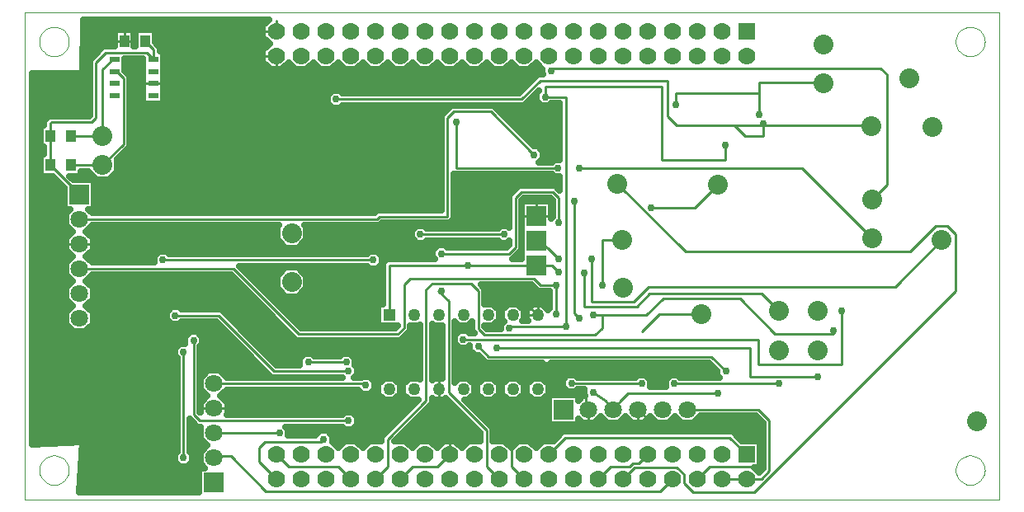
<source format=gbr>
G04 PROTEUS GERBER X2 FILE*
%TF.GenerationSoftware,Labcenter,Proteus,8.16-SP3-Build36097*%
%TF.CreationDate,2025-11-07T09:34:26+00:00*%
%TF.FileFunction,Copper,L1,Top*%
%TF.FilePolarity,Positive*%
%TF.Part,Single*%
%TF.SameCoordinates,{86f2edb6-a998-41b4-a695-59585592bfa3}*%
%FSLAX45Y45*%
%MOMM*%
G01*
%TA.AperFunction,Conductor*%
%ADD10C,0.254000*%
%TA.AperFunction,ViaPad*%
%ADD11C,0.762000*%
%TA.AperFunction,Conductor*%
%ADD12C,0.635000*%
%TA.AperFunction,ComponentPad*%
%ADD13R,2.032000X2.032000*%
%TA.AperFunction,SMDPad,CuDef*%
%ADD14R,1.016000X1.270000*%
%TA.AperFunction,SMDPad,CuDef*%
%ADD15R,1.100000X0.600000*%
%TA.AperFunction,ComponentPad*%
%ADD16C,2.032000*%
%TA.AperFunction,ComponentPad*%
%ADD17C,1.800000*%
%TA.AperFunction,ComponentPad*%
%ADD18R,1.270000X1.270000*%
%ADD19C,1.270000*%
%TA.AperFunction,ComponentPad*%
%ADD70R,1.778000X1.778000*%
%ADD71C,1.778000*%
%TA.AperFunction,Profile*%
%ADD20C,0.101600*%
%TD.AperFunction*%
%TA.AperFunction,Conductor*%
G36*
X-3088429Y+2471339D02*
X-3088429Y+2356661D01*
X-3018768Y+2287000D01*
X-3088429Y+2217339D01*
X-3088429Y+2102661D01*
X-3007339Y+2021571D01*
X-2892661Y+2021571D01*
X-2823000Y+2091232D01*
X-2753339Y+2021571D01*
X-2638661Y+2021571D01*
X-2569000Y+2091232D01*
X-2499339Y+2021571D01*
X-2384661Y+2021571D01*
X-2315000Y+2091232D01*
X-2245339Y+2021571D01*
X-2130661Y+2021571D01*
X-2061000Y+2091232D01*
X-1991339Y+2021571D01*
X-1876661Y+2021571D01*
X-1807000Y+2091232D01*
X-1737339Y+2021571D01*
X-1622661Y+2021571D01*
X-1553000Y+2091232D01*
X-1483339Y+2021571D01*
X-1368661Y+2021571D01*
X-1299000Y+2091232D01*
X-1229339Y+2021571D01*
X-1114661Y+2021571D01*
X-1045000Y+2091232D01*
X-975339Y+2021571D01*
X-860661Y+2021571D01*
X-791000Y+2091232D01*
X-721339Y+2021571D01*
X-606661Y+2021571D01*
X-537000Y+2091232D01*
X-467339Y+2021571D01*
X-352661Y+2021571D01*
X-283000Y+2091232D01*
X-217629Y+2025861D01*
X-217629Y+1973703D01*
X-214155Y+1970229D01*
X-265275Y+1970229D01*
X-455775Y+1779729D01*
X-2273303Y+1779729D01*
X-2298703Y+1805129D01*
X-2371297Y+1805129D01*
X-2422629Y+1753797D01*
X-2422629Y+1681203D01*
X-2371297Y+1629871D01*
X-2298703Y+1629871D01*
X-2273303Y+1655271D01*
X-404225Y+1655271D01*
X-252229Y+1807267D01*
X-252229Y+1801697D01*
X-277629Y+1776297D01*
X-277629Y+1703703D01*
X-226297Y+1652371D01*
X-153703Y+1652371D01*
X-128303Y+1677771D01*
X-38869Y+1677771D01*
X-38869Y+1097629D01*
X-96297Y+1097629D01*
X-121697Y+1072229D01*
X-252845Y+1072229D01*
X-215371Y+1109703D01*
X-215371Y+1182297D01*
X-266703Y+1233629D01*
X-302625Y+1233629D01*
X-721725Y+1652729D01*
X-1154275Y+1652729D01*
X-1254229Y+1552775D01*
X-1254229Y+573229D01*
X-1916275Y+573229D01*
X-1941275Y+548229D01*
X-4834905Y+548229D01*
X-4875547Y+588871D01*
X-4818871Y+588871D01*
X-4818871Y+891129D01*
X-5033125Y+891129D01*
X-5068967Y+926971D01*
X-4956311Y+926971D01*
X-4956311Y+977771D01*
X-4881129Y+977771D01*
X-4881129Y+977400D01*
X-4792600Y+888871D01*
X-4667400Y+888871D01*
X-4578871Y+977400D01*
X-4578871Y+1102600D01*
X-4579134Y+1102862D01*
X-4454643Y+1227353D01*
X-4454643Y+1960899D01*
X-4505471Y+2011727D01*
X-4505471Y+2135908D01*
X-4314529Y+2135908D01*
X-4314529Y+1670471D01*
X-4105471Y+1670471D01*
X-4105471Y+2209529D01*
X-4142771Y+2209529D01*
X-4142771Y+2246929D01*
X-4134042Y+2238200D01*
X-4091958Y+2238200D01*
X-4062200Y+2267958D01*
X-4062200Y+2310042D01*
X-4091958Y+2339800D01*
X-4134042Y+2339800D01*
X-4163800Y+2310042D01*
X-4163800Y+2271804D01*
X-4194671Y+2302675D01*
X-4194671Y+2428029D01*
X-4395329Y+2428029D01*
X-4395329Y+2260366D01*
X-4408031Y+2260366D01*
X-4408031Y+2428029D01*
X-4608689Y+2428029D01*
X-4608689Y+2260366D01*
X-4721638Y+2260366D01*
X-4860510Y+2121494D01*
X-4860510Y+1547494D01*
X-4865775Y+1542229D01*
X-5285775Y+1542229D01*
X-5332229Y+1495775D01*
X-5332229Y+1453029D01*
X-5370329Y+1453029D01*
X-5370329Y+1226971D01*
X-5332229Y+1226971D01*
X-5332229Y+1153029D01*
X-5370329Y+1153029D01*
X-5370329Y+926971D01*
X-5244975Y+926971D01*
X-5121129Y+803125D01*
X-5121129Y+588871D01*
X-5064453Y+588871D01*
X-5109529Y+543795D01*
X-5109529Y+428205D01*
X-5040324Y+359000D01*
X-5109529Y+289795D01*
X-5109529Y+174205D01*
X-5040324Y+105000D01*
X-5109529Y+35795D01*
X-5109529Y-79795D01*
X-5040324Y-149000D01*
X-5109529Y-218205D01*
X-5109529Y-333795D01*
X-5040324Y-403000D01*
X-5109529Y-472205D01*
X-5109529Y-587795D01*
X-5027795Y-669529D01*
X-4912205Y-669529D01*
X-4830471Y-587795D01*
X-4830471Y-472205D01*
X-4899676Y-403000D01*
X-4830471Y-333795D01*
X-4830471Y-218205D01*
X-4899676Y-149000D01*
X-4834905Y-84229D01*
X-3415275Y-84229D01*
X-2741775Y-757729D01*
X-1674225Y-757729D01*
X-1574271Y-657775D01*
X-1574271Y-611029D01*
X-1489182Y-611029D01*
X-1474729Y-596576D01*
X-1474729Y-1161424D01*
X-1489182Y-1146971D01*
X-1582818Y-1146971D01*
X-1649029Y-1213182D01*
X-1649029Y-1306818D01*
X-1582818Y-1373029D01*
X-1493033Y-1373029D01*
X-1869228Y-1749224D01*
X-1869228Y-1797624D01*
X-1876661Y-1790191D01*
X-1991339Y-1790191D01*
X-2061000Y-1859852D01*
X-2130661Y-1790191D01*
X-2245339Y-1790191D01*
X-2315000Y-1859852D01*
X-2374371Y-1800481D01*
X-2374371Y-1738703D01*
X-2425703Y-1687371D01*
X-2498297Y-1687371D01*
X-2548077Y-1737151D01*
X-2824371Y-1737151D01*
X-2824371Y-1675703D01*
X-2853345Y-1646729D01*
X-2269697Y-1646729D01*
X-2244297Y-1672129D01*
X-2171703Y-1672129D01*
X-2120371Y-1620797D01*
X-2120371Y-1548203D01*
X-2171703Y-1496871D01*
X-2244297Y-1496871D01*
X-2269697Y-1522271D01*
X-3456947Y-1522271D01*
X-3450471Y-1515795D01*
X-3450471Y-1400205D01*
X-3519676Y-1331000D01*
X-3454905Y-1266229D01*
X-2107697Y-1266229D01*
X-2066297Y-1307629D01*
X-1993703Y-1307629D01*
X-1942371Y-1256297D01*
X-1942371Y-1183703D01*
X-1993703Y-1132371D01*
X-2066297Y-1132371D01*
X-2075697Y-1141771D01*
X-2149345Y-1141771D01*
X-2120371Y-1112797D01*
X-2120371Y-1040203D01*
X-2143324Y-1017250D01*
X-2142371Y-1016297D01*
X-2142371Y-943703D01*
X-2193703Y-892371D01*
X-2266297Y-892371D01*
X-2291697Y-917771D01*
X-2558303Y-917771D01*
X-2583703Y-892371D01*
X-2656297Y-892371D01*
X-2707629Y-943703D01*
X-2707629Y-1014271D01*
X-2944225Y-1014271D01*
X-3515725Y-442771D01*
X-3924303Y-442771D01*
X-3949703Y-417371D01*
X-4022297Y-417371D01*
X-4073629Y-468703D01*
X-4073629Y-541297D01*
X-4022297Y-592629D01*
X-3949703Y-592629D01*
X-3924303Y-567229D01*
X-3567275Y-567229D01*
X-2995775Y-1138729D01*
X-2269697Y-1138729D01*
X-2266655Y-1141771D01*
X-3454905Y-1141771D01*
X-3532205Y-1064471D01*
X-3647795Y-1064471D01*
X-3729529Y-1146205D01*
X-3729529Y-1261795D01*
X-3660324Y-1331000D01*
X-3729529Y-1400205D01*
X-3729529Y-1498967D01*
X-3733271Y-1495225D01*
X-3733271Y-820697D01*
X-3707871Y-795297D01*
X-3707871Y-722703D01*
X-3759203Y-671371D01*
X-3831797Y-671371D01*
X-3883129Y-722703D01*
X-3883129Y-792371D01*
X-3936297Y-792371D01*
X-3987629Y-843703D01*
X-3987629Y-916297D01*
X-3962229Y-941697D01*
X-3962229Y-1904303D01*
X-3987629Y-1929703D01*
X-3987629Y-2002297D01*
X-3936297Y-2053629D01*
X-3863703Y-2053629D01*
X-3812371Y-2002297D01*
X-3812371Y-1929703D01*
X-3837771Y-1904303D01*
X-3837771Y-1566733D01*
X-3757775Y-1646729D01*
X-3722053Y-1646729D01*
X-3729529Y-1654205D01*
X-3729529Y-1769795D01*
X-3660324Y-1839000D01*
X-3729529Y-1908205D01*
X-3729529Y-2023795D01*
X-3684453Y-2068871D01*
X-3741129Y-2068871D01*
X-3741129Y-2316330D01*
X-4967175Y-2316330D01*
X-4940000Y-1800000D01*
X-5453070Y-1826538D01*
X-5453070Y+1980000D01*
X-4940000Y+1980000D01*
X-4931068Y+2533810D01*
X-3025958Y+2533810D01*
X-3088429Y+2471339D01*
G37*
%TD.AperFunction*%
%LPC*%
G36*
X-1903029Y-1306818D02*
X-1903029Y-1213182D01*
X-1836818Y-1146971D01*
X-1743182Y-1146971D01*
X-1676971Y-1213182D01*
X-1676971Y-1306818D01*
X-1743182Y-1373029D01*
X-1836818Y-1373029D01*
X-1903029Y-1306818D01*
G37*
G36*
X-1306300Y+1823458D02*
X-1306300Y+1865542D01*
X-1276542Y+1895300D01*
X-1234458Y+1895300D01*
X-1204700Y+1865542D01*
X-1204700Y+1823458D01*
X-1234458Y+1793700D01*
X-1276542Y+1793700D01*
X-1306300Y+1823458D01*
G37*
G36*
X-3020800Y+1823458D02*
X-3020800Y+1865542D01*
X-2991042Y+1895300D01*
X-2948958Y+1895300D01*
X-2919200Y+1865542D01*
X-2919200Y+1823458D01*
X-2948958Y+1793700D01*
X-2991042Y+1793700D01*
X-3020800Y+1823458D01*
G37*
%LPD*%
%TA.AperFunction,Conductor*%
G36*
X-1125775Y+947771D02*
X-121697Y+947771D01*
X-96297Y+922371D01*
X-38869Y+922371D01*
X-38869Y+779373D01*
X-86725Y+827229D01*
X-455775Y+827229D01*
X-555729Y+727275D01*
X-555729Y+399655D01*
X-573703Y+417629D01*
X-646297Y+417629D01*
X-671697Y+392229D01*
X-1408303Y+392229D01*
X-1433703Y+417629D01*
X-1506297Y+417629D01*
X-1557629Y+366297D01*
X-1557629Y+293703D01*
X-1506297Y+242371D01*
X-1433703Y+242371D01*
X-1408303Y+267771D01*
X-671697Y+267771D01*
X-646297Y+242371D01*
X-573703Y+242371D01*
X-555729Y+260345D01*
X-555729Y+219275D01*
X-582775Y+192229D01*
X-1193803Y+192229D01*
X-1219203Y+217629D01*
X-1291797Y+217629D01*
X-1343129Y+166297D01*
X-1343129Y+93703D01*
X-1323655Y+74229D01*
X-1815775Y+74229D01*
X-1852229Y+37775D01*
X-1852229Y-384971D01*
X-1903029Y-384971D01*
X-1903029Y-611029D01*
X-1703533Y-611029D01*
X-1725775Y-633271D01*
X-2690225Y-633271D01*
X-3327767Y+4271D01*
X-2015697Y+4271D01*
X-1990297Y-21129D01*
X-1917703Y-21129D01*
X-1866371Y+30203D01*
X-1866371Y+102797D01*
X-1917703Y+154129D01*
X-1990297Y+154129D01*
X-2015697Y+128729D01*
X-4051303Y+128729D01*
X-4076703Y+154129D01*
X-4149297Y+154129D01*
X-4200629Y+102797D01*
X-4200629Y+40229D01*
X-4834905Y+40229D01*
X-4899676Y+105000D01*
X-4830471Y+174205D01*
X-4830471Y+289795D01*
X-4899676Y+359000D01*
X-4834905Y+423771D01*
X-2919958Y+423771D01*
X-2941129Y+402600D01*
X-2941129Y+277400D01*
X-2852600Y+188871D01*
X-2727400Y+188871D01*
X-2638871Y+277400D01*
X-2638871Y+402600D01*
X-2660042Y+423771D01*
X-1889725Y+423771D01*
X-1864725Y+448771D01*
X-1166224Y+448771D01*
X-1129771Y+485224D01*
X-1129771Y+951767D01*
X-1125775Y+947771D01*
G37*
%TD.AperFunction*%
%LPC*%
G36*
X-2941129Y-222600D02*
X-2941129Y-97400D01*
X-2852600Y-8871D01*
X-2727400Y-8871D01*
X-2638871Y-97400D01*
X-2638871Y-222600D01*
X-2727400Y-311129D01*
X-2852600Y-311129D01*
X-2941129Y-222600D01*
G37*
%LPD*%
%TA.AperFunction,Conductor*%
G36*
X-111229Y+675725D02*
X-111229Y+509197D01*
X-128871Y+491555D01*
X-128871Y+671129D01*
X-431129Y+671129D01*
X-431129Y+74229D01*
X-524767Y+74229D01*
X-431271Y+167725D01*
X-431271Y+675725D01*
X-404225Y+702771D01*
X-138275Y+702771D01*
X-111229Y+675725D01*
G37*
%TD.AperFunction*%
%TA.AperFunction,Conductor*%
G36*
X-283502Y-234002D02*
X-265275Y-252229D01*
X-142229Y-252229D01*
X-142229Y-428303D01*
X-159040Y-445114D01*
X-219182Y-384971D01*
X-312818Y-384971D01*
X-379029Y-451182D01*
X-379029Y-544818D01*
X-366076Y-557771D01*
X-419924Y-557771D01*
X-406971Y-544818D01*
X-406971Y-451182D01*
X-473182Y-384971D01*
X-566818Y-384971D01*
X-633029Y-451182D01*
X-633029Y-544818D01*
X-613387Y-564461D01*
X-644629Y-595703D01*
X-644629Y-641471D01*
X-785225Y-641471D01*
X-812271Y-614425D01*
X-812271Y-611029D01*
X-727182Y-611029D01*
X-660971Y-544818D01*
X-660971Y-451182D01*
X-727182Y-384971D01*
X-812271Y-384971D01*
X-812271Y-225225D01*
X-851267Y-186229D01*
X-331275Y-186229D01*
X-283502Y-234002D01*
G37*
%TD.AperFunction*%
%LPC*%
G36*
X-671300Y-272042D02*
X-671300Y-229958D01*
X-641542Y-200200D01*
X-599458Y-200200D01*
X-569700Y-229958D01*
X-569700Y-272042D01*
X-599458Y-301800D01*
X-641542Y-301800D01*
X-671300Y-272042D01*
G37*
%LPD*%
%TA.AperFunction,Conductor*%
G36*
X-936729Y-640200D02*
X-936729Y-665975D01*
X-914933Y-687771D01*
X-968303Y-687771D01*
X-993703Y-662371D01*
X-1066297Y-662371D01*
X-1117629Y-713703D01*
X-1117629Y-786297D01*
X-1066297Y-837629D01*
X-993703Y-837629D01*
X-968303Y-812229D01*
X-962129Y-812229D01*
X-962129Y-858797D01*
X-910797Y-910129D01*
X-874875Y-910129D01*
X-796275Y-988729D01*
X-223571Y-988729D01*
X-226800Y-991958D01*
X-226800Y-1034042D01*
X-197042Y-1063800D01*
X-154958Y-1063800D01*
X-125200Y-1034042D01*
X-125200Y-991958D01*
X-128429Y-988729D01*
X+1489725Y-988729D01*
X+1577871Y-1076875D01*
X+1577871Y-1112797D01*
X+1602845Y-1137771D01*
X+1195057Y-1137771D01*
X+1169657Y-1112371D01*
X+1097063Y-1112371D01*
X+1045731Y-1163703D01*
X+1045731Y-1236297D01*
X+1047205Y-1237771D01*
X+886155Y-1237771D01*
X+887629Y-1236297D01*
X+887629Y-1163703D01*
X+836297Y-1112371D01*
X+763703Y-1112371D01*
X+738303Y-1137771D01*
X+141697Y-1137771D01*
X+116297Y-1112371D01*
X+50471Y-1112371D01*
X+65300Y-1097542D01*
X+65300Y-1055458D01*
X+35542Y-1025700D01*
X-6542Y-1025700D01*
X-36300Y-1055458D01*
X-36300Y-1097542D01*
X-6542Y-1127300D01*
X+28774Y-1127300D01*
X-7629Y-1163703D01*
X-7629Y-1236297D01*
X+43703Y-1287629D01*
X+116297Y-1287629D01*
X+141697Y-1262229D01*
X+212371Y-1262229D01*
X+212371Y-1326297D01*
X+216545Y-1330471D01*
X+196205Y-1330471D01*
X+151129Y-1375547D01*
X+151129Y-1318871D01*
X-151129Y-1318871D01*
X-151129Y-1621129D01*
X+151129Y-1621129D01*
X+151129Y-1564453D01*
X+196205Y-1609529D01*
X+311795Y-1609529D01*
X+381000Y-1540324D01*
X+450205Y-1609529D01*
X+565795Y-1609529D01*
X+635000Y-1540324D01*
X+704205Y-1609529D01*
X+819795Y-1609529D01*
X+889000Y-1540324D01*
X+958205Y-1609529D01*
X+1073795Y-1609529D01*
X+1143000Y-1540324D01*
X+1212205Y-1609529D01*
X+1327795Y-1609529D01*
X+1405095Y-1532229D01*
X+1969725Y-1532229D01*
X+2047771Y-1610275D01*
X+2047771Y-2075303D01*
X+2006111Y-2116963D01*
X+1956197Y-2067049D01*
X+2014429Y-2067049D01*
X+2014429Y-1790191D01*
X+1825575Y-1790191D01*
X+1730775Y-1695391D01*
X-10775Y-1695391D01*
X-105575Y-1790191D01*
X-213339Y-1790191D01*
X-283000Y-1859852D01*
X-352661Y-1790191D01*
X-467339Y-1790191D01*
X-537000Y-1859852D01*
X-606661Y-1790191D01*
X-721339Y-1790191D01*
X-728771Y-1797623D01*
X-728771Y-1660075D01*
X-1015817Y-1373029D01*
X-981182Y-1373029D01*
X-914971Y-1306818D01*
X-914971Y-1213182D01*
X-981182Y-1146971D01*
X-1074818Y-1146971D01*
X-1117771Y-1189924D01*
X-1117771Y-568076D01*
X-1074818Y-611029D01*
X-981182Y-611029D01*
X-936729Y-566576D01*
X-936729Y-640200D01*
G37*
%TD.AperFunction*%
%LPC*%
G36*
X-379029Y-1306818D02*
X-379029Y-1213182D01*
X-312818Y-1146971D01*
X-219182Y-1146971D01*
X-152971Y-1213182D01*
X-152971Y-1306818D01*
X-219182Y-1373029D01*
X-312818Y-1373029D01*
X-379029Y-1306818D01*
G37*
G36*
X-633029Y-1306818D02*
X-633029Y-1213182D01*
X-566818Y-1146971D01*
X-473182Y-1146971D01*
X-406971Y-1213182D01*
X-406971Y-1306818D01*
X-473182Y-1373029D01*
X-566818Y-1373029D01*
X-633029Y-1306818D01*
G37*
G36*
X-887029Y-1306818D02*
X-887029Y-1213182D01*
X-820818Y-1146971D01*
X-727182Y-1146971D01*
X-660971Y-1213182D01*
X-660971Y-1306818D01*
X-727182Y-1373029D01*
X-820818Y-1373029D01*
X-887029Y-1306818D01*
G37*
%LPD*%
%TA.AperFunction,Conductor*%
G36*
X-1328818Y-611029D02*
X-1242229Y-611029D01*
X-1242229Y-1146971D01*
X-1328818Y-1146971D01*
X-1350271Y-1168424D01*
X-1350271Y-589577D01*
X-1328818Y-611029D01*
G37*
%TD.AperFunction*%
%TA.AperFunction,Conductor*%
G36*
X-853229Y-1711625D02*
X-853229Y-1797623D01*
X-860661Y-1790191D01*
X-975339Y-1790191D01*
X-1045000Y-1859852D01*
X-1114661Y-1790191D01*
X-1229339Y-1790191D01*
X-1299000Y-1859852D01*
X-1368661Y-1790191D01*
X-1483339Y-1790191D01*
X-1553000Y-1859852D01*
X-1622661Y-1790191D01*
X-1734187Y-1790191D01*
X-1350271Y-1406275D01*
X-1350271Y-1351576D01*
X-1328818Y-1373029D01*
X-1235182Y-1373029D01*
X-1213504Y-1351351D01*
X-853229Y-1711625D01*
G37*
%TD.AperFunction*%
D10*
X+110000Y+670000D02*
X+110000Y-480000D01*
X+160000Y-530000D01*
X+2010000Y+1560000D02*
X+2010000Y+1780000D01*
X+1150000Y+1660000D02*
X+1150000Y+1780000D01*
X+2010000Y+1780000D01*
X+2010000Y+1890000D01*
X+2568400Y+1890000D01*
X+2670000Y+1880000D01*
X+23360Y-620000D02*
X-545000Y-620000D01*
X-557000Y-632000D01*
X+1876000Y-1928620D02*
X+1705000Y-1757620D01*
X+15000Y-1757620D01*
X-156000Y-1928620D01*
X-874500Y-822500D02*
X-770500Y-926500D01*
X+1515500Y-926500D01*
X+1665500Y-1076500D01*
X+23360Y-620000D02*
X+23360Y+1740000D01*
X-190000Y+1740000D01*
X+1660000Y+1250000D02*
X+1660000Y+1090000D01*
X+1010000Y+1090000D01*
X+1010000Y+1850000D01*
X-190000Y+1850000D01*
X-190000Y+1740000D01*
X-3590000Y-1204000D02*
X-2030000Y-1204000D01*
X-2030000Y-1220000D01*
X-4210000Y+2130000D02*
X-4205000Y+2130000D01*
X-4205000Y+2225000D01*
X-4295000Y+2315000D01*
X-5270000Y+1040000D02*
X-4974206Y+744206D01*
X-4962294Y+744206D01*
X-4970000Y+740000D01*
X-5270000Y+1340000D02*
X-5270000Y+1040000D01*
X-5270000Y+1340000D02*
X-5270000Y+1470000D01*
X-5260000Y+1480000D01*
X-4840000Y+1480000D01*
X-4798282Y+1521718D01*
X-4798282Y+2095718D01*
X-4695863Y+2198137D01*
X-4278137Y+2198137D01*
X-4210000Y+2130000D01*
X+1876000Y-2182620D02*
X+1622000Y-2182620D01*
X-280000Y+266000D02*
X-158400Y+188400D01*
X-50000Y+80000D01*
X+290000Y+80000D02*
X+290000Y-360000D01*
X+720000Y-360000D01*
X+870000Y-210000D01*
X+3400000Y-210000D01*
X+3880000Y+270000D01*
X-610000Y+330000D02*
X-1470000Y+330000D01*
X-280000Y+12000D02*
X-122000Y+12000D01*
X-48037Y-61963D01*
X+214706Y-68824D02*
X+210000Y-410000D01*
X+750000Y-410000D01*
X+880000Y-280000D01*
X+2030000Y-280000D01*
X+2210000Y-460000D01*
X-980000Y+12000D02*
X-1790000Y+12000D01*
X-1790000Y-498000D01*
X-280000Y+12000D02*
X-980000Y+12000D01*
X+2210000Y-1200000D02*
X+1133360Y-1200000D01*
X-1030000Y-750000D02*
X+2000000Y-750000D01*
X+2000000Y-1010000D01*
X+2850000Y-1010000D01*
X+2850000Y-460000D01*
X+2850000Y-470000D01*
X+2850000Y-460000D01*
X-686000Y-840000D02*
X+1910000Y-840000D01*
X+1910000Y-1130000D01*
X+2610000Y-1130000D01*
X+1410000Y-490000D02*
X+980000Y-490000D01*
X+800000Y-670000D01*
X+80000Y-1200000D02*
X+800000Y-1200000D01*
X-2950000Y-1928620D02*
X-2823000Y-2055620D01*
X-2315000Y-2055620D01*
X-2188000Y-2182620D01*
X+254000Y-1470000D02*
X+231420Y-1447420D01*
X+231420Y-1330500D01*
X+78000Y-1330500D01*
X+11420Y-1263920D01*
X+11420Y-1079580D01*
X+14500Y-1076500D01*
X-366500Y-1775000D02*
X-366500Y-1203500D01*
X-176000Y-1013000D01*
X-1172000Y-1928620D02*
X-1299000Y-2055620D01*
X-1553000Y-2055620D01*
X-1680000Y-2182620D01*
X-1282000Y-1260000D02*
X-1282000Y-1648000D01*
X-1255500Y-1674500D01*
X-1255500Y-1775000D01*
X-4113000Y+2289000D02*
X-4113000Y+1880000D01*
X-4210000Y+1880000D01*
X-4113000Y+2289000D02*
X-4113000Y+2416000D01*
X-4508360Y+2416000D01*
X-4508360Y+2315000D01*
X-266000Y-498000D02*
X-513000Y-251000D01*
X-620500Y-251000D01*
X-176000Y-1013000D02*
X-49000Y-1013000D01*
X+14500Y-1076500D01*
X-2970000Y+1844500D02*
X-1255500Y+1844500D01*
X+508000Y-1470000D02*
X+581370Y-1380000D01*
X+661370Y-1300000D01*
X+1580000Y-1300000D01*
X+508000Y-1470000D02*
X+430000Y-1380000D01*
X+300000Y-1290000D01*
X+1750000Y+1450000D02*
X+2046500Y+1450000D01*
X+3058400Y+1450000D01*
X+3160000Y+1440000D01*
X+1750000Y+1450000D02*
X+1863500Y+1336500D01*
X+2046500Y+1336500D01*
X+2046500Y+1450000D01*
X+2046500Y+1463500D01*
X-60000Y+1010000D02*
X-1100000Y+1010000D01*
X-1100000Y+1480000D01*
X+160000Y+1010000D02*
X+2450000Y+1010000D01*
X+3170000Y+290000D01*
X+2770000Y-660000D02*
X+2770000Y-690000D01*
X+2170000Y-690000D01*
X+1810000Y-330000D01*
X+1020000Y-330000D01*
X+850000Y-500000D01*
X+395500Y-500000D01*
X+300000Y-500000D02*
X+395500Y-500000D01*
X-4730000Y+1040000D02*
X-4516872Y+1253128D01*
X-4516872Y+1935124D01*
X-4581748Y+2000000D01*
X-4610000Y+2000000D01*
X-4730000Y+1040000D02*
X-5056640Y+1040000D01*
X-3795500Y-759000D02*
X-3795500Y-1521000D01*
X-3732000Y-1584500D01*
X-2208000Y-1584500D01*
X-4730000Y+1340000D02*
X-4730000Y+2024326D01*
X-4624326Y+2130000D01*
X-4610000Y+2130000D01*
X-4730000Y+1340000D02*
X-5056640Y+1340000D01*
X-1954000Y+66500D02*
X-4113000Y+66500D01*
X-1255500Y+130000D02*
X-557000Y+130000D01*
X-493500Y+193500D01*
X-493500Y+701500D01*
X-430000Y+765000D01*
X-112500Y+765000D01*
X-49000Y+701500D01*
X-49000Y+447500D01*
X-2620000Y-980000D02*
X-2230000Y-980000D01*
X-80000Y-190000D02*
X-239500Y-190000D01*
X-305500Y-124000D01*
X-1573000Y-124000D01*
X-1636500Y-187500D01*
X-1636500Y-632000D01*
X-1700000Y-695500D01*
X-2716000Y-695500D01*
X-3389500Y-22000D01*
X-4970000Y-22000D01*
X-80000Y-490000D02*
X-80000Y-190000D01*
X+400000Y-190000D02*
X+400000Y+270000D01*
X+600000Y+270000D01*
X-1192000Y+511000D02*
X-1890500Y+511000D01*
X-1915500Y+486000D01*
X-4970000Y+486000D01*
X-1192000Y+638000D02*
X-1192000Y+511000D01*
X-1192000Y+638000D02*
X-1192000Y+1527000D01*
X-1128500Y+1590500D01*
X-747500Y+1590500D01*
X-303000Y+1146000D01*
X-2912000Y-1712000D02*
X-3590000Y-1712000D01*
X-3900000Y-880000D02*
X-3900000Y-1966000D01*
X+860000Y-1928620D02*
X+769180Y-2019440D01*
X+712115Y-2019440D01*
X+675935Y-2055620D01*
X+479000Y-2055620D01*
X+352000Y-2182620D01*
X+893971Y+603016D02*
X+1343016Y+603016D01*
X+1580000Y+840000D01*
X+1368000Y-2182620D02*
X+1495000Y-2055620D01*
X+2046500Y-2055620D01*
X+2046500Y-1775000D01*
X+1983000Y-1711500D01*
X+1003500Y-1711500D01*
X+762000Y-1470000D01*
X-1172000Y-1928620D02*
X-1172000Y-1775000D01*
X-1255500Y-1775000D01*
X-366500Y-1775000D02*
X-460000Y-1775000D01*
X-537000Y-1852000D01*
X-537000Y-2055620D01*
X-410000Y-2182620D01*
X+395500Y-500000D02*
X+395500Y-632000D01*
X+323800Y-703700D01*
X-811000Y-703700D01*
X-874500Y-640200D01*
X-874500Y-251000D01*
X-950700Y-174800D01*
X-1349000Y-174800D01*
X-1412500Y-238300D01*
X-1412500Y-1380500D01*
X-1807000Y-1775000D01*
X-1807000Y-2055620D01*
X-1934000Y-2182620D01*
X-3590000Y-1966000D02*
X-3590000Y-1948620D01*
X-3414500Y-1948620D01*
X-3053120Y-2310000D01*
X+986620Y-2310000D01*
X+1114000Y-2182620D01*
X+1876000Y-2182620D02*
X+2028458Y-2182620D01*
X+2110000Y-2101078D01*
X+2110000Y-1584500D01*
X+1995500Y-1470000D01*
X+1270000Y-1470000D01*
X+550000Y+850000D02*
X+1249852Y+150148D01*
X+3557768Y+150148D01*
X+3821075Y+413455D01*
X+3937752Y+413455D01*
X+4020000Y+331207D01*
X+4020000Y-252143D01*
X+1954154Y-2317989D01*
X+1327190Y-2317989D01*
X+1235226Y-2226025D01*
X+1235226Y-2134938D01*
X+1162908Y-2062620D01*
X+730000Y-2062620D01*
X+694900Y-2097720D01*
X+606000Y-2182620D01*
X-1255500Y-251000D02*
X-1285500Y-251000D01*
X-1180000Y-356500D01*
X-1180000Y-1296850D01*
X-791000Y-1685850D01*
X-791000Y-2055620D01*
X-664000Y-2182620D01*
X+1750000Y+1450000D02*
X+1157500Y+1450000D01*
X+1067300Y+1540200D01*
X+1067300Y+1908000D01*
X-239500Y+1908000D01*
X-430000Y+1717500D01*
X-2335000Y+1717500D01*
X-2462000Y-1775000D02*
X-2486380Y-1799380D01*
X-3063500Y-1799380D01*
X-3127000Y-1862880D01*
X-3127000Y-2005620D01*
X-2950000Y-2182620D01*
X-3986000Y-505000D02*
X-3541500Y-505000D01*
X-2970000Y-1076500D01*
X-2208000Y-1076500D01*
X-130000Y+2010000D02*
X-105000Y+2035000D01*
X+3253000Y+2035000D01*
X+3316500Y+1971500D01*
X+3316500Y+836500D01*
X+3170000Y+690000D01*
D11*
X+160000Y-530000D03*
X+110000Y+670000D03*
X+2010000Y+1560000D03*
X+1150000Y+1660000D03*
X-557000Y-632000D03*
X+1665500Y-1076500D03*
X-190000Y+1740000D03*
X+23360Y-620000D03*
X+1660000Y+1250000D03*
X-2030000Y-1220000D03*
X-874500Y-822500D03*
X-50000Y+80000D03*
X+290000Y+80000D03*
X-1470000Y+330000D03*
X-610000Y+330000D03*
X-48037Y-61963D03*
X+214706Y-68824D03*
X-980000Y+12000D03*
X+1133360Y-1200000D03*
X+2210000Y-1200000D03*
X+2850000Y-460000D03*
X-1030000Y-750000D03*
X+2610000Y-1130000D03*
X-686000Y-840000D03*
X+800000Y-1200000D03*
X+80000Y-1200000D03*
X-620500Y-251000D03*
X+14500Y-1076500D03*
X-1255500Y+1844500D03*
X-2970000Y+1844500D03*
X-176000Y-1013000D03*
X-4113000Y+2289000D03*
X+1580000Y-1300000D03*
X+300000Y-1290000D03*
X+2046500Y+1463500D03*
X-1100000Y+1480000D03*
X-60000Y+1010000D03*
X+160000Y+1010000D03*
X+2770000Y-660000D03*
X+300000Y-500000D03*
X-2208000Y-1584500D03*
X-3795500Y-759000D03*
X-4113000Y+66500D03*
X-1954000Y+66500D03*
X-49000Y+447500D03*
X-1255500Y+130000D03*
X-2230000Y-980000D03*
X-2620000Y-980000D03*
X+400000Y-190000D03*
X-80000Y-190000D03*
X-80000Y-490000D03*
X-303000Y+1146000D03*
X-3900000Y-1966000D03*
X-3900000Y-880000D03*
X+893971Y+603016D03*
X-2912000Y-1712000D03*
X-1255500Y-251000D03*
X-2335000Y+1717500D03*
X-2462000Y-1775000D03*
X-3986000Y-505000D03*
X-2208000Y-1076500D03*
X-130000Y+2010000D03*
D12*
X-3088429Y+2471339D02*
X-3088429Y+2356661D01*
X-3018768Y+2287000D01*
X-3088429Y+2217339D01*
X-3088429Y+2102661D01*
X-3007339Y+2021571D01*
X-2892661Y+2021571D01*
X-2823000Y+2091232D01*
X-2753339Y+2021571D01*
X-2638661Y+2021571D01*
X-2569000Y+2091232D01*
X-2499339Y+2021571D01*
X-2384661Y+2021571D01*
X-2315000Y+2091232D01*
X-2245339Y+2021571D01*
X-2130661Y+2021571D01*
X-2061000Y+2091232D01*
X-1991339Y+2021571D01*
X-1876661Y+2021571D01*
X-1807000Y+2091232D01*
X-1737339Y+2021571D01*
X-1622661Y+2021571D01*
X-1553000Y+2091232D01*
X-1483339Y+2021571D01*
X-1368661Y+2021571D01*
X-1299000Y+2091232D01*
X-1229339Y+2021571D01*
X-1114661Y+2021571D01*
X-1045000Y+2091232D01*
X-975339Y+2021571D01*
X-860661Y+2021571D01*
X-791000Y+2091232D01*
X-721339Y+2021571D01*
X-606661Y+2021571D01*
X-537000Y+2091232D01*
X-467339Y+2021571D01*
X-352661Y+2021571D01*
X-283000Y+2091232D01*
X-217629Y+2025861D01*
X-217629Y+1973703D01*
X-214155Y+1970229D01*
X-265275Y+1970229D01*
X-455775Y+1779729D01*
X-2273303Y+1779729D01*
X-2298703Y+1805129D01*
X-2371297Y+1805129D01*
X-2422629Y+1753797D01*
X-2422629Y+1681203D01*
X-2371297Y+1629871D01*
X-2298703Y+1629871D01*
X-2273303Y+1655271D01*
X-404225Y+1655271D01*
X-252229Y+1807267D01*
X-252229Y+1801697D01*
X-277629Y+1776297D01*
X-277629Y+1703703D01*
X-226297Y+1652371D01*
X-153703Y+1652371D01*
X-128303Y+1677771D01*
X-38869Y+1677771D01*
X-38869Y+1097629D01*
X-96297Y+1097629D01*
X-121697Y+1072229D01*
X-252845Y+1072229D01*
X-215371Y+1109703D01*
X-215371Y+1182297D01*
X-266703Y+1233629D01*
X-302625Y+1233629D01*
X-721725Y+1652729D01*
X-1154275Y+1652729D01*
X-1254229Y+1552775D01*
X-1254229Y+573229D01*
X-1916275Y+573229D01*
X-1941275Y+548229D01*
X-4834905Y+548229D01*
X-4875547Y+588871D01*
X-4818871Y+588871D01*
X-4818871Y+891129D01*
X-5033125Y+891129D01*
X-5068967Y+926971D01*
X-4956311Y+926971D01*
X-4956311Y+977771D01*
X-4881129Y+977771D01*
X-4881129Y+977400D01*
X-4792600Y+888871D01*
X-4667400Y+888871D01*
X-4578871Y+977400D01*
X-4578871Y+1102600D01*
X-4579134Y+1102862D01*
X-4454643Y+1227353D01*
X-4454643Y+1960899D01*
X-4505471Y+2011727D01*
X-4505471Y+2135908D01*
X-4314529Y+2135908D01*
X-4314529Y+1670471D01*
X-4105471Y+1670471D01*
X-4105471Y+2209529D01*
X-4142771Y+2209529D01*
X-4142771Y+2246929D01*
X-4134042Y+2238200D01*
X-4091958Y+2238200D01*
X-4062200Y+2267958D01*
X-4062200Y+2310042D01*
X-4091958Y+2339800D01*
X-4134042Y+2339800D01*
X-4163800Y+2310042D01*
X-4163800Y+2271804D01*
X-4194671Y+2302675D01*
X-4194671Y+2428029D01*
X-4395329Y+2428029D01*
X-4395329Y+2260366D01*
X-4408031Y+2260366D01*
X-4408031Y+2428029D01*
X-4608689Y+2428029D01*
X-4608689Y+2260366D01*
X-4721638Y+2260366D01*
X-4860510Y+2121494D01*
X-4860510Y+1547494D01*
X-4865775Y+1542229D01*
X-5285775Y+1542229D01*
X-5332229Y+1495775D01*
X-5332229Y+1453029D01*
X-5370329Y+1453029D01*
X-5370329Y+1226971D01*
X-5332229Y+1226971D01*
X-5332229Y+1153029D01*
X-5370329Y+1153029D01*
X-5370329Y+926971D01*
X-5244975Y+926971D01*
X-5121129Y+803125D01*
X-5121129Y+588871D01*
X-5064453Y+588871D01*
X-5109529Y+543795D01*
X-5109529Y+428205D01*
X-5040324Y+359000D01*
X-5109529Y+289795D01*
X-5109529Y+174205D01*
X-5040324Y+105000D01*
X-5109529Y+35795D01*
X-5109529Y-79795D01*
X-5040324Y-149000D01*
X-5109529Y-218205D01*
X-5109529Y-333795D01*
X-5040324Y-403000D01*
X-5109529Y-472205D01*
X-5109529Y-587795D01*
X-5027795Y-669529D01*
X-4912205Y-669529D01*
X-4830471Y-587795D01*
X-4830471Y-472205D01*
X-4899676Y-403000D01*
X-4830471Y-333795D01*
X-4830471Y-218205D01*
X-4899676Y-149000D01*
X-4834905Y-84229D01*
X-3415275Y-84229D01*
X-2741775Y-757729D01*
X-1674225Y-757729D01*
X-1574271Y-657775D01*
X-1574271Y-611029D01*
X-1489182Y-611029D01*
X-1474729Y-596576D01*
X-1474729Y-1161424D01*
X-1489182Y-1146971D01*
X-1582818Y-1146971D01*
X-1649029Y-1213182D01*
X-1649029Y-1306818D01*
X-1582818Y-1373029D01*
X-1493033Y-1373029D01*
X-1869228Y-1749224D01*
X-1869228Y-1797624D01*
X-1876661Y-1790191D01*
X-1991339Y-1790191D01*
X-2061000Y-1859852D01*
X-2130661Y-1790191D01*
X-2245339Y-1790191D01*
X-2315000Y-1859852D01*
X-2374371Y-1800481D01*
X-2374371Y-1738703D01*
X-2425703Y-1687371D01*
X-2498297Y-1687371D01*
X-2548077Y-1737151D01*
X-2824371Y-1737151D01*
X-2824371Y-1675703D01*
X-2853345Y-1646729D01*
X-2269697Y-1646729D01*
X-2244297Y-1672129D01*
X-2171703Y-1672129D01*
X-2120371Y-1620797D01*
X-2120371Y-1548203D01*
X-2171703Y-1496871D01*
X-2244297Y-1496871D01*
X-2269697Y-1522271D01*
X-3456947Y-1522271D01*
X-3450471Y-1515795D01*
X-3450471Y-1400205D01*
X-3519676Y-1331000D01*
X-3454905Y-1266229D01*
X-2107697Y-1266229D01*
X-2066297Y-1307629D01*
X-1993703Y-1307629D01*
X-1942371Y-1256297D01*
X-1942371Y-1183703D01*
X-1993703Y-1132371D01*
X-2066297Y-1132371D01*
X-2075697Y-1141771D01*
X-2149345Y-1141771D01*
X-2120371Y-1112797D01*
X-2120371Y-1040203D01*
X-2143324Y-1017250D01*
X-2142371Y-1016297D01*
X-2142371Y-943703D01*
X-2193703Y-892371D01*
X-2266297Y-892371D01*
X-2291697Y-917771D01*
X-2558303Y-917771D01*
X-2583703Y-892371D01*
X-2656297Y-892371D01*
X-2707629Y-943703D01*
X-2707629Y-1014271D01*
X-2944225Y-1014271D01*
X-3515725Y-442771D01*
X-3924303Y-442771D01*
X-3949703Y-417371D01*
X-4022297Y-417371D01*
X-4073629Y-468703D01*
X-4073629Y-541297D01*
X-4022297Y-592629D01*
X-3949703Y-592629D01*
X-3924303Y-567229D01*
X-3567275Y-567229D01*
X-2995775Y-1138729D01*
X-2269697Y-1138729D01*
X-2266655Y-1141771D01*
X-3454905Y-1141771D01*
X-3532205Y-1064471D01*
X-3647795Y-1064471D01*
X-3729529Y-1146205D01*
X-3729529Y-1261795D01*
X-3660324Y-1331000D01*
X-3729529Y-1400205D01*
X-3729529Y-1498967D01*
X-3733271Y-1495225D01*
X-3733271Y-820697D01*
X-3707871Y-795297D01*
X-3707871Y-722703D01*
X-3759203Y-671371D01*
X-3831797Y-671371D01*
X-3883129Y-722703D01*
X-3883129Y-792371D01*
X-3936297Y-792371D01*
X-3987629Y-843703D01*
X-3987629Y-916297D01*
X-3962229Y-941697D01*
X-3962229Y-1904303D01*
X-3987629Y-1929703D01*
X-3987629Y-2002297D01*
X-3936297Y-2053629D01*
X-3863703Y-2053629D01*
X-3812371Y-2002297D01*
X-3812371Y-1929703D01*
X-3837771Y-1904303D01*
X-3837771Y-1566733D01*
X-3757775Y-1646729D01*
X-3722053Y-1646729D01*
X-3729529Y-1654205D01*
X-3729529Y-1769795D01*
X-3660324Y-1839000D01*
X-3729529Y-1908205D01*
X-3729529Y-2023795D01*
X-3684453Y-2068871D01*
X-3741129Y-2068871D01*
X-3741129Y-2316330D01*
X-4967175Y-2316330D01*
X-4940000Y-1800000D01*
X-5453070Y-1826538D01*
X-5453070Y+1980000D01*
X-4940000Y+1980000D01*
X-4931068Y+2533810D01*
X-3025958Y+2533810D01*
X-3088429Y+2471339D01*
X-1903029Y-1306818D02*
X-1903029Y-1213182D01*
X-1836818Y-1146971D01*
X-1743182Y-1146971D01*
X-1676971Y-1213182D01*
X-1676971Y-1306818D01*
X-1743182Y-1373029D01*
X-1836818Y-1373029D01*
X-1903029Y-1306818D01*
X-1306300Y+1823458D02*
X-1306300Y+1865542D01*
X-1276542Y+1895300D01*
X-1234458Y+1895300D01*
X-1204700Y+1865542D01*
X-1204700Y+1823458D01*
X-1234458Y+1793700D01*
X-1276542Y+1793700D01*
X-1306300Y+1823458D01*
X-3020800Y+1823458D02*
X-3020800Y+1865542D01*
X-2991042Y+1895300D01*
X-2948958Y+1895300D01*
X-2919200Y+1865542D01*
X-2919200Y+1823458D01*
X-2948958Y+1793700D01*
X-2991042Y+1793700D01*
X-3020800Y+1823458D01*
X-1125775Y+947771D02*
X-121697Y+947771D01*
X-96297Y+922371D01*
X-38869Y+922371D01*
X-38869Y+779373D01*
X-86725Y+827229D01*
X-455775Y+827229D01*
X-555729Y+727275D01*
X-555729Y+399655D01*
X-573703Y+417629D01*
X-646297Y+417629D01*
X-671697Y+392229D01*
X-1408303Y+392229D01*
X-1433703Y+417629D01*
X-1506297Y+417629D01*
X-1557629Y+366297D01*
X-1557629Y+293703D01*
X-1506297Y+242371D01*
X-1433703Y+242371D01*
X-1408303Y+267771D01*
X-671697Y+267771D01*
X-646297Y+242371D01*
X-573703Y+242371D01*
X-555729Y+260345D01*
X-555729Y+219275D01*
X-582775Y+192229D01*
X-1193803Y+192229D01*
X-1219203Y+217629D01*
X-1291797Y+217629D01*
X-1343129Y+166297D01*
X-1343129Y+93703D01*
X-1323655Y+74229D01*
X-1815775Y+74229D01*
X-1852229Y+37775D01*
X-1852229Y-384971D01*
X-1903029Y-384971D01*
X-1903029Y-611029D01*
X-1703533Y-611029D01*
X-1725775Y-633271D01*
X-2690225Y-633271D01*
X-3327767Y+4271D01*
X-2015697Y+4271D01*
X-1990297Y-21129D01*
X-1917703Y-21129D01*
X-1866371Y+30203D01*
X-1866371Y+102797D01*
X-1917703Y+154129D01*
X-1990297Y+154129D01*
X-2015697Y+128729D01*
X-4051303Y+128729D01*
X-4076703Y+154129D01*
X-4149297Y+154129D01*
X-4200629Y+102797D01*
X-4200629Y+40229D01*
X-4834905Y+40229D01*
X-4899676Y+105000D01*
X-4830471Y+174205D01*
X-4830471Y+289795D01*
X-4899676Y+359000D01*
X-4834905Y+423771D01*
X-2919958Y+423771D01*
X-2941129Y+402600D01*
X-2941129Y+277400D01*
X-2852600Y+188871D01*
X-2727400Y+188871D01*
X-2638871Y+277400D01*
X-2638871Y+402600D01*
X-2660042Y+423771D01*
X-1889725Y+423771D01*
X-1864725Y+448771D01*
X-1166224Y+448771D01*
X-1129771Y+485224D01*
X-1129771Y+951767D01*
X-1125775Y+947771D01*
X-2941129Y-222600D02*
X-2941129Y-97400D01*
X-2852600Y-8871D01*
X-2727400Y-8871D01*
X-2638871Y-97400D01*
X-2638871Y-222600D01*
X-2727400Y-311129D01*
X-2852600Y-311129D01*
X-2941129Y-222600D01*
X-111229Y+675725D02*
X-111229Y+509197D01*
X-128871Y+491555D01*
X-128871Y+671129D01*
X-431129Y+671129D01*
X-431129Y+74229D01*
X-524767Y+74229D01*
X-431271Y+167725D01*
X-431271Y+675725D01*
X-404225Y+702771D01*
X-138275Y+702771D01*
X-111229Y+675725D01*
X-283502Y-234002D02*
X-265275Y-252229D01*
X-142229Y-252229D01*
X-142229Y-428303D01*
X-159040Y-445114D01*
X-219182Y-384971D01*
X-312818Y-384971D01*
X-379029Y-451182D01*
X-379029Y-544818D01*
X-366076Y-557771D01*
X-419924Y-557771D01*
X-406971Y-544818D01*
X-406971Y-451182D01*
X-473182Y-384971D01*
X-566818Y-384971D01*
X-633029Y-451182D01*
X-633029Y-544818D01*
X-613387Y-564461D01*
X-644629Y-595703D01*
X-644629Y-641471D01*
X-785225Y-641471D01*
X-812271Y-614425D01*
X-812271Y-611029D01*
X-727182Y-611029D01*
X-660971Y-544818D01*
X-660971Y-451182D01*
X-727182Y-384971D01*
X-812271Y-384971D01*
X-812271Y-225225D01*
X-851267Y-186229D01*
X-331275Y-186229D01*
X-283502Y-234002D01*
X-671300Y-272042D02*
X-671300Y-229958D01*
X-641542Y-200200D01*
X-599458Y-200200D01*
X-569700Y-229958D01*
X-569700Y-272042D01*
X-599458Y-301800D01*
X-641542Y-301800D01*
X-671300Y-272042D01*
X-936729Y-640200D02*
X-936729Y-665975D01*
X-914933Y-687771D01*
X-968303Y-687771D01*
X-993703Y-662371D01*
X-1066297Y-662371D01*
X-1117629Y-713703D01*
X-1117629Y-786297D01*
X-1066297Y-837629D01*
X-993703Y-837629D01*
X-968303Y-812229D01*
X-962129Y-812229D01*
X-962129Y-858797D01*
X-910797Y-910129D01*
X-874875Y-910129D01*
X-796275Y-988729D01*
X-223571Y-988729D01*
X-226800Y-991958D01*
X-226800Y-1034042D01*
X-197042Y-1063800D01*
X-154958Y-1063800D01*
X-125200Y-1034042D01*
X-125200Y-991958D01*
X-128429Y-988729D01*
X+1489725Y-988729D01*
X+1577871Y-1076875D01*
X+1577871Y-1112797D01*
X+1602845Y-1137771D01*
X+1195057Y-1137771D01*
X+1169657Y-1112371D01*
X+1097063Y-1112371D01*
X+1045731Y-1163703D01*
X+1045731Y-1236297D01*
X+1047205Y-1237771D01*
X+886155Y-1237771D01*
X+887629Y-1236297D01*
X+887629Y-1163703D01*
X+836297Y-1112371D01*
X+763703Y-1112371D01*
X+738303Y-1137771D01*
X+141697Y-1137771D01*
X+116297Y-1112371D01*
X+50471Y-1112371D01*
X+65300Y-1097542D01*
X+65300Y-1055458D01*
X+35542Y-1025700D01*
X-6542Y-1025700D01*
X-36300Y-1055458D01*
X-36300Y-1097542D01*
X-6542Y-1127300D01*
X+28774Y-1127300D01*
X-7629Y-1163703D01*
X-7629Y-1236297D01*
X+43703Y-1287629D01*
X+116297Y-1287629D01*
X+141697Y-1262229D01*
X+212371Y-1262229D01*
X+212371Y-1326297D01*
X+216545Y-1330471D01*
X+196205Y-1330471D01*
X+151129Y-1375547D01*
X+151129Y-1318871D01*
X-151129Y-1318871D01*
X-151129Y-1621129D01*
X+151129Y-1621129D01*
X+151129Y-1564453D01*
X+196205Y-1609529D01*
X+311795Y-1609529D01*
X+381000Y-1540324D01*
X+450205Y-1609529D01*
X+565795Y-1609529D01*
X+635000Y-1540324D01*
X+704205Y-1609529D01*
X+819795Y-1609529D01*
X+889000Y-1540324D01*
X+958205Y-1609529D01*
X+1073795Y-1609529D01*
X+1143000Y-1540324D01*
X+1212205Y-1609529D01*
X+1327795Y-1609529D01*
X+1405095Y-1532229D01*
X+1969725Y-1532229D01*
X+2047771Y-1610275D01*
X+2047771Y-2075303D01*
X+2006111Y-2116963D01*
X+1956197Y-2067049D01*
X+2014429Y-2067049D01*
X+2014429Y-1790191D01*
X+1825575Y-1790191D01*
X+1730775Y-1695391D01*
X-10775Y-1695391D01*
X-105575Y-1790191D01*
X-213339Y-1790191D01*
X-283000Y-1859852D01*
X-352661Y-1790191D01*
X-467339Y-1790191D01*
X-537000Y-1859852D01*
X-606661Y-1790191D01*
X-721339Y-1790191D01*
X-728771Y-1797623D01*
X-728771Y-1660075D01*
X-1015817Y-1373029D01*
X-981182Y-1373029D01*
X-914971Y-1306818D01*
X-914971Y-1213182D01*
X-981182Y-1146971D01*
X-1074818Y-1146971D01*
X-1117771Y-1189924D01*
X-1117771Y-568076D01*
X-1074818Y-611029D01*
X-981182Y-611029D01*
X-936729Y-566576D01*
X-936729Y-640200D01*
X-379029Y-1306818D02*
X-379029Y-1213182D01*
X-312818Y-1146971D01*
X-219182Y-1146971D01*
X-152971Y-1213182D01*
X-152971Y-1306818D01*
X-219182Y-1373029D01*
X-312818Y-1373029D01*
X-379029Y-1306818D01*
X-633029Y-1306818D02*
X-633029Y-1213182D01*
X-566818Y-1146971D01*
X-473182Y-1146971D01*
X-406971Y-1213182D01*
X-406971Y-1306818D01*
X-473182Y-1373029D01*
X-566818Y-1373029D01*
X-633029Y-1306818D01*
X-887029Y-1306818D02*
X-887029Y-1213182D01*
X-820818Y-1146971D01*
X-727182Y-1146971D01*
X-660971Y-1213182D01*
X-660971Y-1306818D01*
X-727182Y-1373029D01*
X-820818Y-1373029D01*
X-887029Y-1306818D01*
X-1328818Y-611029D02*
X-1242229Y-611029D01*
X-1242229Y-1146971D01*
X-1328818Y-1146971D01*
X-1350271Y-1168424D01*
X-1350271Y-589577D01*
X-1328818Y-611029D01*
X-853229Y-1711625D02*
X-853229Y-1797623D01*
X-860661Y-1790191D01*
X-975339Y-1790191D01*
X-1045000Y-1859852D01*
X-1114661Y-1790191D01*
X-1229339Y-1790191D01*
X-1299000Y-1859852D01*
X-1368661Y-1790191D01*
X-1483339Y-1790191D01*
X-1553000Y-1859852D01*
X-1622661Y-1790191D01*
X-1734187Y-1790191D01*
X-1350271Y-1406275D01*
X-1350271Y-1351576D01*
X-1328818Y-1373029D01*
X-1235182Y-1373029D01*
X-1213504Y-1351351D01*
X-853229Y-1711625D01*
D10*
X-399379Y+520000D02*
X-280000Y+520000D01*
X-160621Y+520000D02*
X-280000Y+520000D01*
X-280000Y+639379D02*
X-280000Y+520000D01*
X-4439781Y+2315000D02*
X-4508360Y+2315000D01*
X-4508360Y+2396279D02*
X-4508360Y+2315000D01*
X-4576939Y+2315000D02*
X-4508360Y+2315000D01*
X-4137221Y+1880000D02*
X-4210000Y+1880000D01*
X-4282779Y+1880000D02*
X-4210000Y+1880000D01*
X-5077779Y+232000D02*
X-4970000Y+232000D01*
X-4862221Y+232000D02*
X-4970000Y+232000D01*
X-347279Y-498000D02*
X-266000Y-498000D01*
X-266000Y-416721D02*
X-266000Y-498000D01*
X-1282000Y-1341279D02*
X-1282000Y-1260000D01*
X-1282000Y-1178721D02*
X-1282000Y-1260000D01*
X-3697779Y-1458000D02*
X-3590000Y-1458000D01*
X-3482221Y-1458000D02*
X-3590000Y-1458000D01*
X-3056679Y+2414000D02*
X-2950000Y+2414000D01*
X-2950000Y+2520679D02*
X-2950000Y+2414000D01*
X-3056679Y+2160000D02*
X-2950000Y+2160000D01*
X-2950000Y+2053321D02*
X-2950000Y+2160000D01*
X-1172000Y-1821941D02*
X-1172000Y-1928620D01*
X+254000Y-1577779D02*
X+254000Y-1470000D01*
X+762000Y-1577779D02*
X+762000Y-1470000D01*
D13*
X-280000Y+520000D03*
X-280000Y+266000D03*
X-280000Y+12000D03*
D14*
X-5056640Y+1340000D03*
X-5270000Y+1340000D03*
X-5056640Y+1040000D03*
X-5270000Y+1040000D03*
X-4508360Y+2315000D03*
X-4295000Y+2315000D03*
D15*
X-4210000Y+2130000D03*
X-4210000Y+2000000D03*
X-4210000Y+1880000D03*
X-4210000Y+1750000D03*
X-4610000Y+1750000D03*
X-4610000Y+1880000D03*
X-4610000Y+2000000D03*
X-4610000Y+2130000D03*
D16*
X+2670000Y+2280000D03*
X+2670000Y+1880000D03*
X+3550000Y+1930000D03*
X+3160000Y+1440000D03*
X+3780000Y+1430000D03*
X+3170000Y+690000D03*
X+3170000Y+290000D03*
X+3880000Y+270000D03*
X+550000Y+850000D03*
X+1580000Y+840000D03*
X+600000Y+270000D03*
X+610000Y-220000D03*
X+1410000Y-490000D03*
X+2210000Y-460000D03*
X+2610000Y-460000D03*
X+2210000Y-860000D03*
X+2610000Y-860000D03*
X-4730000Y+1340000D03*
X-4730000Y+1040000D03*
X-2790000Y+340000D03*
X-2790000Y-160000D03*
D13*
X-4970000Y+740000D03*
D17*
X-4970000Y+486000D03*
X-4970000Y+232000D03*
X-4970000Y-22000D03*
X-4970000Y-276000D03*
X-4970000Y-530000D03*
D18*
X-1790000Y-498000D03*
D19*
X-1536000Y-498000D03*
X-1282000Y-498000D03*
X-1028000Y-498000D03*
X-774000Y-498000D03*
X-520000Y-498000D03*
X-266000Y-498000D03*
X-266000Y-1260000D03*
X-520000Y-1260000D03*
X-774000Y-1260000D03*
X-1028000Y-1260000D03*
X-1282000Y-1260000D03*
X-1536000Y-1260000D03*
X-1790000Y-1260000D03*
D13*
X-3590000Y-2220000D03*
D17*
X-3590000Y-1966000D03*
X-3590000Y-1712000D03*
X-3590000Y-1458000D03*
X-3590000Y-1204000D03*
D16*
X+4240000Y-1590000D03*
D70*
X+1876000Y+2414000D03*
D71*
X+1622000Y+2414000D03*
X+1368000Y+2414000D03*
X+1114000Y+2414000D03*
X+860000Y+2414000D03*
X+606000Y+2414000D03*
X+352000Y+2414000D03*
X+98000Y+2414000D03*
X-156000Y+2414000D03*
X-410000Y+2414000D03*
X-664000Y+2414000D03*
X-918000Y+2414000D03*
X-1172000Y+2414000D03*
X-1426000Y+2414000D03*
X-1680000Y+2414000D03*
X-1934000Y+2414000D03*
X-2188000Y+2414000D03*
X-2442000Y+2414000D03*
X-2696000Y+2414000D03*
X-2950000Y+2414000D03*
X-2950000Y+2160000D03*
X-2696000Y+2160000D03*
X-2442000Y+2160000D03*
X-2188000Y+2160000D03*
X-1934000Y+2160000D03*
X-1680000Y+2160000D03*
X-1426000Y+2160000D03*
X-1172000Y+2160000D03*
X-918000Y+2160000D03*
X-664000Y+2160000D03*
X-410000Y+2160000D03*
X-156000Y+2160000D03*
X+98000Y+2160000D03*
X+352000Y+2160000D03*
X+606000Y+2160000D03*
X+860000Y+2160000D03*
X+1114000Y+2160000D03*
X+1368000Y+2160000D03*
X+1622000Y+2160000D03*
X+1876000Y+2160000D03*
D70*
X+1876000Y-1928620D03*
D71*
X+1622000Y-1928620D03*
X+1368000Y-1928620D03*
X+1114000Y-1928620D03*
X+860000Y-1928620D03*
X+606000Y-1928620D03*
X+352000Y-1928620D03*
X+98000Y-1928620D03*
X-156000Y-1928620D03*
X-410000Y-1928620D03*
X-664000Y-1928620D03*
X-918000Y-1928620D03*
X-1172000Y-1928620D03*
X-1426000Y-1928620D03*
X-1680000Y-1928620D03*
X-1934000Y-1928620D03*
X-2188000Y-1928620D03*
X-2442000Y-1928620D03*
X-2696000Y-1928620D03*
X-2950000Y-1928620D03*
X-2950000Y-2182620D03*
X-2696000Y-2182620D03*
X-2442000Y-2182620D03*
X-2188000Y-2182620D03*
X-1934000Y-2182620D03*
X-1680000Y-2182620D03*
X-1426000Y-2182620D03*
X-1172000Y-2182620D03*
X-918000Y-2182620D03*
X-664000Y-2182620D03*
X-410000Y-2182620D03*
X-156000Y-2182620D03*
X+98000Y-2182620D03*
X+352000Y-2182620D03*
X+606000Y-2182620D03*
X+860000Y-2182620D03*
X+1114000Y-2182620D03*
X+1368000Y-2182620D03*
X+1622000Y-2182620D03*
X+1876000Y-2182620D03*
D13*
X+0Y-1470000D03*
D17*
X+254000Y-1470000D03*
X+508000Y-1470000D03*
X+762000Y-1470000D03*
X+1016000Y-1470000D03*
X+1270000Y-1470000D03*
D20*
X-5528000Y-2391260D02*
X+4472000Y-2391260D01*
X+4472000Y+2608740D01*
X-5528000Y+2608740D01*
X-5528000Y-2391260D01*
X+4322000Y+2308740D02*
X+4321498Y+2320998D01*
X+4317422Y+2345515D01*
X+4308906Y+2370032D01*
X+4295032Y+2394549D01*
X+4273806Y+2418901D01*
X+4249289Y+2437295D01*
X+4224772Y+2449151D01*
X+4200255Y+2456055D01*
X+4175738Y+2458693D01*
X+4172000Y+2458740D01*
X+4022000Y+2308740D02*
X+4022502Y+2320998D01*
X+4026578Y+2345515D01*
X+4035094Y+2370032D01*
X+4048968Y+2394549D01*
X+4070194Y+2418901D01*
X+4094711Y+2437295D01*
X+4119228Y+2449151D01*
X+4143745Y+2456055D01*
X+4168262Y+2458693D01*
X+4172000Y+2458740D01*
X+4022000Y+2308740D02*
X+4022502Y+2296482D01*
X+4026578Y+2271965D01*
X+4035094Y+2247448D01*
X+4048968Y+2222931D01*
X+4070194Y+2198579D01*
X+4094711Y+2180185D01*
X+4119228Y+2168329D01*
X+4143745Y+2161425D01*
X+4168262Y+2158787D01*
X+4172000Y+2158740D01*
X+4322000Y+2308740D02*
X+4321498Y+2296482D01*
X+4317422Y+2271965D01*
X+4308906Y+2247448D01*
X+4295032Y+2222931D01*
X+4273806Y+2198579D01*
X+4249289Y+2180185D01*
X+4224772Y+2168329D01*
X+4200255Y+2161425D01*
X+4175738Y+2158787D01*
X+4172000Y+2158740D01*
X+4322000Y-2091260D02*
X+4321498Y-2079002D01*
X+4317422Y-2054485D01*
X+4308906Y-2029968D01*
X+4295032Y-2005451D01*
X+4273806Y-1981099D01*
X+4249289Y-1962705D01*
X+4224772Y-1950849D01*
X+4200255Y-1943945D01*
X+4175738Y-1941307D01*
X+4172000Y-1941260D01*
X+4022000Y-2091260D02*
X+4022502Y-2079002D01*
X+4026578Y-2054485D01*
X+4035094Y-2029968D01*
X+4048968Y-2005451D01*
X+4070194Y-1981099D01*
X+4094711Y-1962705D01*
X+4119228Y-1950849D01*
X+4143745Y-1943945D01*
X+4168262Y-1941307D01*
X+4172000Y-1941260D01*
X+4022000Y-2091260D02*
X+4022502Y-2103518D01*
X+4026578Y-2128035D01*
X+4035094Y-2152552D01*
X+4048968Y-2177069D01*
X+4070194Y-2201421D01*
X+4094711Y-2219815D01*
X+4119228Y-2231671D01*
X+4143745Y-2238575D01*
X+4168262Y-2241213D01*
X+4172000Y-2241260D01*
X+4322000Y-2091260D02*
X+4321498Y-2103518D01*
X+4317422Y-2128035D01*
X+4308906Y-2152552D01*
X+4295032Y-2177069D01*
X+4273806Y-2201421D01*
X+4249289Y-2219815D01*
X+4224772Y-2231671D01*
X+4200255Y-2238575D01*
X+4175738Y-2241213D01*
X+4172000Y-2241260D01*
X-5078000Y-2091260D02*
X-5078502Y-2079002D01*
X-5082578Y-2054485D01*
X-5091094Y-2029968D01*
X-5104968Y-2005451D01*
X-5126194Y-1981099D01*
X-5150711Y-1962705D01*
X-5175228Y-1950849D01*
X-5199745Y-1943945D01*
X-5224262Y-1941307D01*
X-5228000Y-1941260D01*
X-5378000Y-2091260D02*
X-5377498Y-2079002D01*
X-5373422Y-2054485D01*
X-5364906Y-2029968D01*
X-5351032Y-2005451D01*
X-5329806Y-1981099D01*
X-5305289Y-1962705D01*
X-5280772Y-1950849D01*
X-5256255Y-1943945D01*
X-5231738Y-1941307D01*
X-5228000Y-1941260D01*
X-5378000Y-2091260D02*
X-5377498Y-2103518D01*
X-5373422Y-2128035D01*
X-5364906Y-2152552D01*
X-5351032Y-2177069D01*
X-5329806Y-2201421D01*
X-5305289Y-2219815D01*
X-5280772Y-2231671D01*
X-5256255Y-2238575D01*
X-5231738Y-2241213D01*
X-5228000Y-2241260D01*
X-5078000Y-2091260D02*
X-5078502Y-2103518D01*
X-5082578Y-2128035D01*
X-5091094Y-2152552D01*
X-5104968Y-2177069D01*
X-5126194Y-2201421D01*
X-5150711Y-2219815D01*
X-5175228Y-2231671D01*
X-5199745Y-2238575D01*
X-5224262Y-2241213D01*
X-5228000Y-2241260D01*
X-5078000Y+2308740D02*
X-5078502Y+2320998D01*
X-5082578Y+2345515D01*
X-5091094Y+2370032D01*
X-5104968Y+2394549D01*
X-5126194Y+2418901D01*
X-5150711Y+2437295D01*
X-5175228Y+2449151D01*
X-5199745Y+2456055D01*
X-5224262Y+2458693D01*
X-5228000Y+2458740D01*
X-5378000Y+2308740D02*
X-5377498Y+2320998D01*
X-5373422Y+2345515D01*
X-5364906Y+2370032D01*
X-5351032Y+2394549D01*
X-5329806Y+2418901D01*
X-5305289Y+2437295D01*
X-5280772Y+2449151D01*
X-5256255Y+2456055D01*
X-5231738Y+2458693D01*
X-5228000Y+2458740D01*
X-5378000Y+2308740D02*
X-5377498Y+2296482D01*
X-5373422Y+2271965D01*
X-5364906Y+2247448D01*
X-5351032Y+2222931D01*
X-5329806Y+2198579D01*
X-5305289Y+2180185D01*
X-5280772Y+2168329D01*
X-5256255Y+2161425D01*
X-5231738Y+2158787D01*
X-5228000Y+2158740D01*
X-5078000Y+2308740D02*
X-5078502Y+2296482D01*
X-5082578Y+2271965D01*
X-5091094Y+2247448D01*
X-5104968Y+2222931D01*
X-5126194Y+2198579D01*
X-5150711Y+2180185D01*
X-5175228Y+2168329D01*
X-5199745Y+2161425D01*
X-5224262Y+2158787D01*
X-5228000Y+2158740D01*
M02*

</source>
